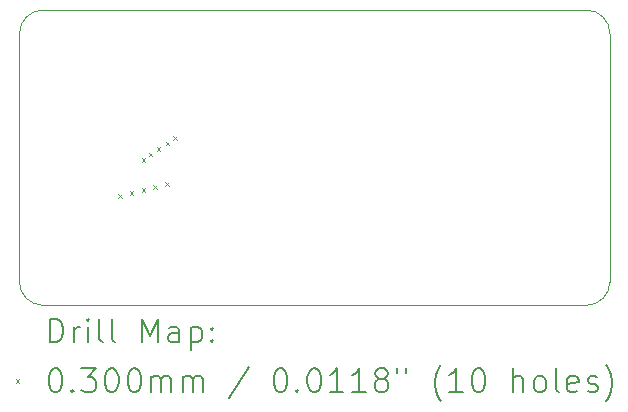
<source format=gbr>
%TF.GenerationSoftware,KiCad,Pcbnew,8.0.7*%
%TF.CreationDate,2025-01-15T21:05:21+03:00*%
%TF.ProjectId,Connector,436f6e6e-6563-4746-9f72-2e6b69636164,rev?*%
%TF.SameCoordinates,Original*%
%TF.FileFunction,Drillmap*%
%TF.FilePolarity,Positive*%
%FSLAX45Y45*%
G04 Gerber Fmt 4.5, Leading zero omitted, Abs format (unit mm)*
G04 Created by KiCad (PCBNEW 8.0.7) date 2025-01-15 21:05:21*
%MOMM*%
%LPD*%
G01*
G04 APERTURE LIST*
%ADD10C,0.050000*%
%ADD11C,0.200000*%
%ADD12C,0.100000*%
G04 APERTURE END LIST*
D10*
X12350110Y-9450360D02*
G75*
G02*
X12550110Y-9250360I200000J0D01*
G01*
X17350110Y-11550360D02*
G75*
G02*
X17150110Y-11750360I-200000J0D01*
G01*
X17150110Y-9250360D02*
G75*
G02*
X17350110Y-9450360I0J-200000D01*
G01*
X12550110Y-11750360D02*
X17150110Y-11750360D01*
X17150110Y-9250360D02*
X12550110Y-9250360D01*
X12550110Y-11750360D02*
G75*
G02*
X12350110Y-11550360I0J200000D01*
G01*
X17350110Y-11550360D02*
X17350110Y-9450360D01*
X12350110Y-9450360D02*
X12350110Y-11550360D01*
D11*
D12*
X13185000Y-10810000D02*
X13215000Y-10840000D01*
X13215000Y-10810000D02*
X13185000Y-10840000D01*
X13285000Y-10785000D02*
X13315000Y-10815000D01*
X13315000Y-10785000D02*
X13285000Y-10815000D01*
X13385000Y-10503880D02*
X13415000Y-10533880D01*
X13415000Y-10503880D02*
X13385000Y-10533880D01*
X13385000Y-10760000D02*
X13415000Y-10790000D01*
X13415000Y-10760000D02*
X13385000Y-10790000D01*
X13444982Y-10458160D02*
X13474982Y-10488160D01*
X13474982Y-10458160D02*
X13444982Y-10488160D01*
X13485000Y-10735000D02*
X13515000Y-10765000D01*
X13515000Y-10735000D02*
X13485000Y-10765000D01*
X13513383Y-10412440D02*
X13543383Y-10442440D01*
X13543383Y-10412440D02*
X13513383Y-10442440D01*
X13585000Y-10710000D02*
X13615000Y-10740000D01*
X13615000Y-10710000D02*
X13585000Y-10740000D01*
X13588149Y-10366720D02*
X13618149Y-10396720D01*
X13618149Y-10366720D02*
X13588149Y-10396720D01*
X13650453Y-10321000D02*
X13680453Y-10351000D01*
X13680453Y-10321000D02*
X13650453Y-10351000D01*
D11*
X12608387Y-12064344D02*
X12608387Y-11864344D01*
X12608387Y-11864344D02*
X12656006Y-11864344D01*
X12656006Y-11864344D02*
X12684577Y-11873868D01*
X12684577Y-11873868D02*
X12703625Y-11892915D01*
X12703625Y-11892915D02*
X12713149Y-11911963D01*
X12713149Y-11911963D02*
X12722672Y-11950058D01*
X12722672Y-11950058D02*
X12722672Y-11978629D01*
X12722672Y-11978629D02*
X12713149Y-12016725D01*
X12713149Y-12016725D02*
X12703625Y-12035772D01*
X12703625Y-12035772D02*
X12684577Y-12054820D01*
X12684577Y-12054820D02*
X12656006Y-12064344D01*
X12656006Y-12064344D02*
X12608387Y-12064344D01*
X12808387Y-12064344D02*
X12808387Y-11931010D01*
X12808387Y-11969106D02*
X12817911Y-11950058D01*
X12817911Y-11950058D02*
X12827434Y-11940534D01*
X12827434Y-11940534D02*
X12846482Y-11931010D01*
X12846482Y-11931010D02*
X12865530Y-11931010D01*
X12932196Y-12064344D02*
X12932196Y-11931010D01*
X12932196Y-11864344D02*
X12922672Y-11873868D01*
X12922672Y-11873868D02*
X12932196Y-11883391D01*
X12932196Y-11883391D02*
X12941720Y-11873868D01*
X12941720Y-11873868D02*
X12932196Y-11864344D01*
X12932196Y-11864344D02*
X12932196Y-11883391D01*
X13056006Y-12064344D02*
X13036958Y-12054820D01*
X13036958Y-12054820D02*
X13027434Y-12035772D01*
X13027434Y-12035772D02*
X13027434Y-11864344D01*
X13160768Y-12064344D02*
X13141720Y-12054820D01*
X13141720Y-12054820D02*
X13132196Y-12035772D01*
X13132196Y-12035772D02*
X13132196Y-11864344D01*
X13389339Y-12064344D02*
X13389339Y-11864344D01*
X13389339Y-11864344D02*
X13456006Y-12007201D01*
X13456006Y-12007201D02*
X13522672Y-11864344D01*
X13522672Y-11864344D02*
X13522672Y-12064344D01*
X13703625Y-12064344D02*
X13703625Y-11959582D01*
X13703625Y-11959582D02*
X13694101Y-11940534D01*
X13694101Y-11940534D02*
X13675053Y-11931010D01*
X13675053Y-11931010D02*
X13636958Y-11931010D01*
X13636958Y-11931010D02*
X13617911Y-11940534D01*
X13703625Y-12054820D02*
X13684577Y-12064344D01*
X13684577Y-12064344D02*
X13636958Y-12064344D01*
X13636958Y-12064344D02*
X13617911Y-12054820D01*
X13617911Y-12054820D02*
X13608387Y-12035772D01*
X13608387Y-12035772D02*
X13608387Y-12016725D01*
X13608387Y-12016725D02*
X13617911Y-11997677D01*
X13617911Y-11997677D02*
X13636958Y-11988153D01*
X13636958Y-11988153D02*
X13684577Y-11988153D01*
X13684577Y-11988153D02*
X13703625Y-11978629D01*
X13798863Y-11931010D02*
X13798863Y-12131010D01*
X13798863Y-11940534D02*
X13817911Y-11931010D01*
X13817911Y-11931010D02*
X13856006Y-11931010D01*
X13856006Y-11931010D02*
X13875053Y-11940534D01*
X13875053Y-11940534D02*
X13884577Y-11950058D01*
X13884577Y-11950058D02*
X13894101Y-11969106D01*
X13894101Y-11969106D02*
X13894101Y-12026248D01*
X13894101Y-12026248D02*
X13884577Y-12045296D01*
X13884577Y-12045296D02*
X13875053Y-12054820D01*
X13875053Y-12054820D02*
X13856006Y-12064344D01*
X13856006Y-12064344D02*
X13817911Y-12064344D01*
X13817911Y-12064344D02*
X13798863Y-12054820D01*
X13979815Y-12045296D02*
X13989339Y-12054820D01*
X13989339Y-12054820D02*
X13979815Y-12064344D01*
X13979815Y-12064344D02*
X13970292Y-12054820D01*
X13970292Y-12054820D02*
X13979815Y-12045296D01*
X13979815Y-12045296D02*
X13979815Y-12064344D01*
X13979815Y-11940534D02*
X13989339Y-11950058D01*
X13989339Y-11950058D02*
X13979815Y-11959582D01*
X13979815Y-11959582D02*
X13970292Y-11950058D01*
X13970292Y-11950058D02*
X13979815Y-11940534D01*
X13979815Y-11940534D02*
X13979815Y-11959582D01*
D12*
X12317610Y-12377860D02*
X12347610Y-12407860D01*
X12347610Y-12377860D02*
X12317610Y-12407860D01*
D11*
X12646482Y-12284344D02*
X12665530Y-12284344D01*
X12665530Y-12284344D02*
X12684577Y-12293868D01*
X12684577Y-12293868D02*
X12694101Y-12303391D01*
X12694101Y-12303391D02*
X12703625Y-12322439D01*
X12703625Y-12322439D02*
X12713149Y-12360534D01*
X12713149Y-12360534D02*
X12713149Y-12408153D01*
X12713149Y-12408153D02*
X12703625Y-12446248D01*
X12703625Y-12446248D02*
X12694101Y-12465296D01*
X12694101Y-12465296D02*
X12684577Y-12474820D01*
X12684577Y-12474820D02*
X12665530Y-12484344D01*
X12665530Y-12484344D02*
X12646482Y-12484344D01*
X12646482Y-12484344D02*
X12627434Y-12474820D01*
X12627434Y-12474820D02*
X12617911Y-12465296D01*
X12617911Y-12465296D02*
X12608387Y-12446248D01*
X12608387Y-12446248D02*
X12598863Y-12408153D01*
X12598863Y-12408153D02*
X12598863Y-12360534D01*
X12598863Y-12360534D02*
X12608387Y-12322439D01*
X12608387Y-12322439D02*
X12617911Y-12303391D01*
X12617911Y-12303391D02*
X12627434Y-12293868D01*
X12627434Y-12293868D02*
X12646482Y-12284344D01*
X12798863Y-12465296D02*
X12808387Y-12474820D01*
X12808387Y-12474820D02*
X12798863Y-12484344D01*
X12798863Y-12484344D02*
X12789339Y-12474820D01*
X12789339Y-12474820D02*
X12798863Y-12465296D01*
X12798863Y-12465296D02*
X12798863Y-12484344D01*
X12875053Y-12284344D02*
X12998863Y-12284344D01*
X12998863Y-12284344D02*
X12932196Y-12360534D01*
X12932196Y-12360534D02*
X12960768Y-12360534D01*
X12960768Y-12360534D02*
X12979815Y-12370058D01*
X12979815Y-12370058D02*
X12989339Y-12379582D01*
X12989339Y-12379582D02*
X12998863Y-12398629D01*
X12998863Y-12398629D02*
X12998863Y-12446248D01*
X12998863Y-12446248D02*
X12989339Y-12465296D01*
X12989339Y-12465296D02*
X12979815Y-12474820D01*
X12979815Y-12474820D02*
X12960768Y-12484344D01*
X12960768Y-12484344D02*
X12903625Y-12484344D01*
X12903625Y-12484344D02*
X12884577Y-12474820D01*
X12884577Y-12474820D02*
X12875053Y-12465296D01*
X13122672Y-12284344D02*
X13141720Y-12284344D01*
X13141720Y-12284344D02*
X13160768Y-12293868D01*
X13160768Y-12293868D02*
X13170292Y-12303391D01*
X13170292Y-12303391D02*
X13179815Y-12322439D01*
X13179815Y-12322439D02*
X13189339Y-12360534D01*
X13189339Y-12360534D02*
X13189339Y-12408153D01*
X13189339Y-12408153D02*
X13179815Y-12446248D01*
X13179815Y-12446248D02*
X13170292Y-12465296D01*
X13170292Y-12465296D02*
X13160768Y-12474820D01*
X13160768Y-12474820D02*
X13141720Y-12484344D01*
X13141720Y-12484344D02*
X13122672Y-12484344D01*
X13122672Y-12484344D02*
X13103625Y-12474820D01*
X13103625Y-12474820D02*
X13094101Y-12465296D01*
X13094101Y-12465296D02*
X13084577Y-12446248D01*
X13084577Y-12446248D02*
X13075053Y-12408153D01*
X13075053Y-12408153D02*
X13075053Y-12360534D01*
X13075053Y-12360534D02*
X13084577Y-12322439D01*
X13084577Y-12322439D02*
X13094101Y-12303391D01*
X13094101Y-12303391D02*
X13103625Y-12293868D01*
X13103625Y-12293868D02*
X13122672Y-12284344D01*
X13313149Y-12284344D02*
X13332196Y-12284344D01*
X13332196Y-12284344D02*
X13351244Y-12293868D01*
X13351244Y-12293868D02*
X13360768Y-12303391D01*
X13360768Y-12303391D02*
X13370292Y-12322439D01*
X13370292Y-12322439D02*
X13379815Y-12360534D01*
X13379815Y-12360534D02*
X13379815Y-12408153D01*
X13379815Y-12408153D02*
X13370292Y-12446248D01*
X13370292Y-12446248D02*
X13360768Y-12465296D01*
X13360768Y-12465296D02*
X13351244Y-12474820D01*
X13351244Y-12474820D02*
X13332196Y-12484344D01*
X13332196Y-12484344D02*
X13313149Y-12484344D01*
X13313149Y-12484344D02*
X13294101Y-12474820D01*
X13294101Y-12474820D02*
X13284577Y-12465296D01*
X13284577Y-12465296D02*
X13275053Y-12446248D01*
X13275053Y-12446248D02*
X13265530Y-12408153D01*
X13265530Y-12408153D02*
X13265530Y-12360534D01*
X13265530Y-12360534D02*
X13275053Y-12322439D01*
X13275053Y-12322439D02*
X13284577Y-12303391D01*
X13284577Y-12303391D02*
X13294101Y-12293868D01*
X13294101Y-12293868D02*
X13313149Y-12284344D01*
X13465530Y-12484344D02*
X13465530Y-12351010D01*
X13465530Y-12370058D02*
X13475053Y-12360534D01*
X13475053Y-12360534D02*
X13494101Y-12351010D01*
X13494101Y-12351010D02*
X13522673Y-12351010D01*
X13522673Y-12351010D02*
X13541720Y-12360534D01*
X13541720Y-12360534D02*
X13551244Y-12379582D01*
X13551244Y-12379582D02*
X13551244Y-12484344D01*
X13551244Y-12379582D02*
X13560768Y-12360534D01*
X13560768Y-12360534D02*
X13579815Y-12351010D01*
X13579815Y-12351010D02*
X13608387Y-12351010D01*
X13608387Y-12351010D02*
X13627434Y-12360534D01*
X13627434Y-12360534D02*
X13636958Y-12379582D01*
X13636958Y-12379582D02*
X13636958Y-12484344D01*
X13732196Y-12484344D02*
X13732196Y-12351010D01*
X13732196Y-12370058D02*
X13741720Y-12360534D01*
X13741720Y-12360534D02*
X13760768Y-12351010D01*
X13760768Y-12351010D02*
X13789339Y-12351010D01*
X13789339Y-12351010D02*
X13808387Y-12360534D01*
X13808387Y-12360534D02*
X13817911Y-12379582D01*
X13817911Y-12379582D02*
X13817911Y-12484344D01*
X13817911Y-12379582D02*
X13827434Y-12360534D01*
X13827434Y-12360534D02*
X13846482Y-12351010D01*
X13846482Y-12351010D02*
X13875053Y-12351010D01*
X13875053Y-12351010D02*
X13894101Y-12360534D01*
X13894101Y-12360534D02*
X13903625Y-12379582D01*
X13903625Y-12379582D02*
X13903625Y-12484344D01*
X14294101Y-12274820D02*
X14122673Y-12531963D01*
X14551244Y-12284344D02*
X14570292Y-12284344D01*
X14570292Y-12284344D02*
X14589339Y-12293868D01*
X14589339Y-12293868D02*
X14598863Y-12303391D01*
X14598863Y-12303391D02*
X14608387Y-12322439D01*
X14608387Y-12322439D02*
X14617911Y-12360534D01*
X14617911Y-12360534D02*
X14617911Y-12408153D01*
X14617911Y-12408153D02*
X14608387Y-12446248D01*
X14608387Y-12446248D02*
X14598863Y-12465296D01*
X14598863Y-12465296D02*
X14589339Y-12474820D01*
X14589339Y-12474820D02*
X14570292Y-12484344D01*
X14570292Y-12484344D02*
X14551244Y-12484344D01*
X14551244Y-12484344D02*
X14532196Y-12474820D01*
X14532196Y-12474820D02*
X14522673Y-12465296D01*
X14522673Y-12465296D02*
X14513149Y-12446248D01*
X14513149Y-12446248D02*
X14503625Y-12408153D01*
X14503625Y-12408153D02*
X14503625Y-12360534D01*
X14503625Y-12360534D02*
X14513149Y-12322439D01*
X14513149Y-12322439D02*
X14522673Y-12303391D01*
X14522673Y-12303391D02*
X14532196Y-12293868D01*
X14532196Y-12293868D02*
X14551244Y-12284344D01*
X14703625Y-12465296D02*
X14713149Y-12474820D01*
X14713149Y-12474820D02*
X14703625Y-12484344D01*
X14703625Y-12484344D02*
X14694101Y-12474820D01*
X14694101Y-12474820D02*
X14703625Y-12465296D01*
X14703625Y-12465296D02*
X14703625Y-12484344D01*
X14836958Y-12284344D02*
X14856006Y-12284344D01*
X14856006Y-12284344D02*
X14875054Y-12293868D01*
X14875054Y-12293868D02*
X14884577Y-12303391D01*
X14884577Y-12303391D02*
X14894101Y-12322439D01*
X14894101Y-12322439D02*
X14903625Y-12360534D01*
X14903625Y-12360534D02*
X14903625Y-12408153D01*
X14903625Y-12408153D02*
X14894101Y-12446248D01*
X14894101Y-12446248D02*
X14884577Y-12465296D01*
X14884577Y-12465296D02*
X14875054Y-12474820D01*
X14875054Y-12474820D02*
X14856006Y-12484344D01*
X14856006Y-12484344D02*
X14836958Y-12484344D01*
X14836958Y-12484344D02*
X14817911Y-12474820D01*
X14817911Y-12474820D02*
X14808387Y-12465296D01*
X14808387Y-12465296D02*
X14798863Y-12446248D01*
X14798863Y-12446248D02*
X14789339Y-12408153D01*
X14789339Y-12408153D02*
X14789339Y-12360534D01*
X14789339Y-12360534D02*
X14798863Y-12322439D01*
X14798863Y-12322439D02*
X14808387Y-12303391D01*
X14808387Y-12303391D02*
X14817911Y-12293868D01*
X14817911Y-12293868D02*
X14836958Y-12284344D01*
X15094101Y-12484344D02*
X14979816Y-12484344D01*
X15036958Y-12484344D02*
X15036958Y-12284344D01*
X15036958Y-12284344D02*
X15017911Y-12312915D01*
X15017911Y-12312915D02*
X14998863Y-12331963D01*
X14998863Y-12331963D02*
X14979816Y-12341487D01*
X15284577Y-12484344D02*
X15170292Y-12484344D01*
X15227435Y-12484344D02*
X15227435Y-12284344D01*
X15227435Y-12284344D02*
X15208387Y-12312915D01*
X15208387Y-12312915D02*
X15189339Y-12331963D01*
X15189339Y-12331963D02*
X15170292Y-12341487D01*
X15398863Y-12370058D02*
X15379816Y-12360534D01*
X15379816Y-12360534D02*
X15370292Y-12351010D01*
X15370292Y-12351010D02*
X15360768Y-12331963D01*
X15360768Y-12331963D02*
X15360768Y-12322439D01*
X15360768Y-12322439D02*
X15370292Y-12303391D01*
X15370292Y-12303391D02*
X15379816Y-12293868D01*
X15379816Y-12293868D02*
X15398863Y-12284344D01*
X15398863Y-12284344D02*
X15436958Y-12284344D01*
X15436958Y-12284344D02*
X15456006Y-12293868D01*
X15456006Y-12293868D02*
X15465530Y-12303391D01*
X15465530Y-12303391D02*
X15475054Y-12322439D01*
X15475054Y-12322439D02*
X15475054Y-12331963D01*
X15475054Y-12331963D02*
X15465530Y-12351010D01*
X15465530Y-12351010D02*
X15456006Y-12360534D01*
X15456006Y-12360534D02*
X15436958Y-12370058D01*
X15436958Y-12370058D02*
X15398863Y-12370058D01*
X15398863Y-12370058D02*
X15379816Y-12379582D01*
X15379816Y-12379582D02*
X15370292Y-12389106D01*
X15370292Y-12389106D02*
X15360768Y-12408153D01*
X15360768Y-12408153D02*
X15360768Y-12446248D01*
X15360768Y-12446248D02*
X15370292Y-12465296D01*
X15370292Y-12465296D02*
X15379816Y-12474820D01*
X15379816Y-12474820D02*
X15398863Y-12484344D01*
X15398863Y-12484344D02*
X15436958Y-12484344D01*
X15436958Y-12484344D02*
X15456006Y-12474820D01*
X15456006Y-12474820D02*
X15465530Y-12465296D01*
X15465530Y-12465296D02*
X15475054Y-12446248D01*
X15475054Y-12446248D02*
X15475054Y-12408153D01*
X15475054Y-12408153D02*
X15465530Y-12389106D01*
X15465530Y-12389106D02*
X15456006Y-12379582D01*
X15456006Y-12379582D02*
X15436958Y-12370058D01*
X15551244Y-12284344D02*
X15551244Y-12322439D01*
X15627435Y-12284344D02*
X15627435Y-12322439D01*
X15922673Y-12560534D02*
X15913149Y-12551010D01*
X15913149Y-12551010D02*
X15894101Y-12522439D01*
X15894101Y-12522439D02*
X15884578Y-12503391D01*
X15884578Y-12503391D02*
X15875054Y-12474820D01*
X15875054Y-12474820D02*
X15865530Y-12427201D01*
X15865530Y-12427201D02*
X15865530Y-12389106D01*
X15865530Y-12389106D02*
X15875054Y-12341487D01*
X15875054Y-12341487D02*
X15884578Y-12312915D01*
X15884578Y-12312915D02*
X15894101Y-12293868D01*
X15894101Y-12293868D02*
X15913149Y-12265296D01*
X15913149Y-12265296D02*
X15922673Y-12255772D01*
X16103625Y-12484344D02*
X15989339Y-12484344D01*
X16046482Y-12484344D02*
X16046482Y-12284344D01*
X16046482Y-12284344D02*
X16027435Y-12312915D01*
X16027435Y-12312915D02*
X16008387Y-12331963D01*
X16008387Y-12331963D02*
X15989339Y-12341487D01*
X16227435Y-12284344D02*
X16246482Y-12284344D01*
X16246482Y-12284344D02*
X16265530Y-12293868D01*
X16265530Y-12293868D02*
X16275054Y-12303391D01*
X16275054Y-12303391D02*
X16284578Y-12322439D01*
X16284578Y-12322439D02*
X16294101Y-12360534D01*
X16294101Y-12360534D02*
X16294101Y-12408153D01*
X16294101Y-12408153D02*
X16284578Y-12446248D01*
X16284578Y-12446248D02*
X16275054Y-12465296D01*
X16275054Y-12465296D02*
X16265530Y-12474820D01*
X16265530Y-12474820D02*
X16246482Y-12484344D01*
X16246482Y-12484344D02*
X16227435Y-12484344D01*
X16227435Y-12484344D02*
X16208387Y-12474820D01*
X16208387Y-12474820D02*
X16198863Y-12465296D01*
X16198863Y-12465296D02*
X16189339Y-12446248D01*
X16189339Y-12446248D02*
X16179816Y-12408153D01*
X16179816Y-12408153D02*
X16179816Y-12360534D01*
X16179816Y-12360534D02*
X16189339Y-12322439D01*
X16189339Y-12322439D02*
X16198863Y-12303391D01*
X16198863Y-12303391D02*
X16208387Y-12293868D01*
X16208387Y-12293868D02*
X16227435Y-12284344D01*
X16532197Y-12484344D02*
X16532197Y-12284344D01*
X16617911Y-12484344D02*
X16617911Y-12379582D01*
X16617911Y-12379582D02*
X16608387Y-12360534D01*
X16608387Y-12360534D02*
X16589340Y-12351010D01*
X16589340Y-12351010D02*
X16560768Y-12351010D01*
X16560768Y-12351010D02*
X16541720Y-12360534D01*
X16541720Y-12360534D02*
X16532197Y-12370058D01*
X16741720Y-12484344D02*
X16722673Y-12474820D01*
X16722673Y-12474820D02*
X16713149Y-12465296D01*
X16713149Y-12465296D02*
X16703625Y-12446248D01*
X16703625Y-12446248D02*
X16703625Y-12389106D01*
X16703625Y-12389106D02*
X16713149Y-12370058D01*
X16713149Y-12370058D02*
X16722673Y-12360534D01*
X16722673Y-12360534D02*
X16741720Y-12351010D01*
X16741720Y-12351010D02*
X16770292Y-12351010D01*
X16770292Y-12351010D02*
X16789340Y-12360534D01*
X16789340Y-12360534D02*
X16798863Y-12370058D01*
X16798863Y-12370058D02*
X16808387Y-12389106D01*
X16808387Y-12389106D02*
X16808387Y-12446248D01*
X16808387Y-12446248D02*
X16798863Y-12465296D01*
X16798863Y-12465296D02*
X16789340Y-12474820D01*
X16789340Y-12474820D02*
X16770292Y-12484344D01*
X16770292Y-12484344D02*
X16741720Y-12484344D01*
X16922673Y-12484344D02*
X16903625Y-12474820D01*
X16903625Y-12474820D02*
X16894102Y-12455772D01*
X16894102Y-12455772D02*
X16894102Y-12284344D01*
X17075054Y-12474820D02*
X17056006Y-12484344D01*
X17056006Y-12484344D02*
X17017911Y-12484344D01*
X17017911Y-12484344D02*
X16998863Y-12474820D01*
X16998863Y-12474820D02*
X16989340Y-12455772D01*
X16989340Y-12455772D02*
X16989340Y-12379582D01*
X16989340Y-12379582D02*
X16998863Y-12360534D01*
X16998863Y-12360534D02*
X17017911Y-12351010D01*
X17017911Y-12351010D02*
X17056006Y-12351010D01*
X17056006Y-12351010D02*
X17075054Y-12360534D01*
X17075054Y-12360534D02*
X17084578Y-12379582D01*
X17084578Y-12379582D02*
X17084578Y-12398629D01*
X17084578Y-12398629D02*
X16989340Y-12417677D01*
X17160768Y-12474820D02*
X17179816Y-12484344D01*
X17179816Y-12484344D02*
X17217911Y-12484344D01*
X17217911Y-12484344D02*
X17236959Y-12474820D01*
X17236959Y-12474820D02*
X17246483Y-12455772D01*
X17246483Y-12455772D02*
X17246483Y-12446248D01*
X17246483Y-12446248D02*
X17236959Y-12427201D01*
X17236959Y-12427201D02*
X17217911Y-12417677D01*
X17217911Y-12417677D02*
X17189340Y-12417677D01*
X17189340Y-12417677D02*
X17170292Y-12408153D01*
X17170292Y-12408153D02*
X17160768Y-12389106D01*
X17160768Y-12389106D02*
X17160768Y-12379582D01*
X17160768Y-12379582D02*
X17170292Y-12360534D01*
X17170292Y-12360534D02*
X17189340Y-12351010D01*
X17189340Y-12351010D02*
X17217911Y-12351010D01*
X17217911Y-12351010D02*
X17236959Y-12360534D01*
X17313149Y-12560534D02*
X17322673Y-12551010D01*
X17322673Y-12551010D02*
X17341721Y-12522439D01*
X17341721Y-12522439D02*
X17351244Y-12503391D01*
X17351244Y-12503391D02*
X17360768Y-12474820D01*
X17360768Y-12474820D02*
X17370292Y-12427201D01*
X17370292Y-12427201D02*
X17370292Y-12389106D01*
X17370292Y-12389106D02*
X17360768Y-12341487D01*
X17360768Y-12341487D02*
X17351244Y-12312915D01*
X17351244Y-12312915D02*
X17341721Y-12293868D01*
X17341721Y-12293868D02*
X17322673Y-12265296D01*
X17322673Y-12265296D02*
X17313149Y-12255772D01*
M02*

</source>
